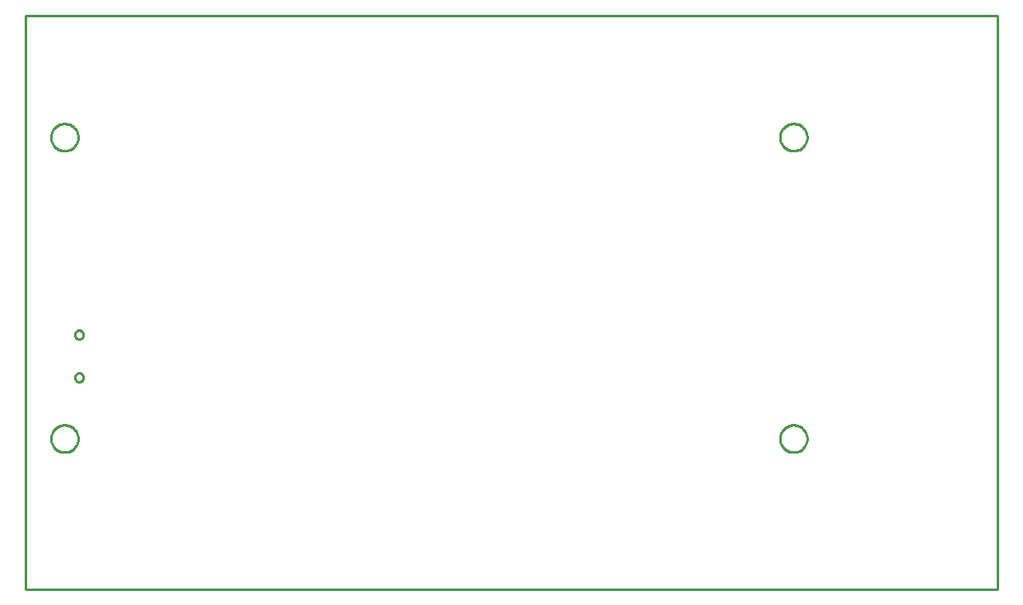
<source format=gbr>
G04 EAGLE Gerber RS-274X export*
G75*
%MOMM*%
%FSLAX34Y34*%
%LPD*%
%IN*%
%IPPOS*%
%AMOC8*
5,1,8,0,0,1.08239X$1,22.5*%
G01*
%ADD10C,0.254000*%


D10*
X5000Y40000D02*
X1005000Y40000D01*
X1005000Y630000D01*
X5000Y630000D01*
X5000Y40000D01*
X64500Y301705D02*
X64423Y301120D01*
X64270Y300550D01*
X64045Y300005D01*
X63750Y299495D01*
X63391Y299027D01*
X62973Y298609D01*
X62505Y298250D01*
X61995Y297955D01*
X61450Y297730D01*
X60880Y297577D01*
X60295Y297500D01*
X59705Y297500D01*
X59120Y297577D01*
X58550Y297730D01*
X58005Y297955D01*
X57495Y298250D01*
X57027Y298609D01*
X56609Y299027D01*
X56250Y299495D01*
X55955Y300005D01*
X55730Y300550D01*
X55577Y301120D01*
X55500Y301705D01*
X55500Y302295D01*
X55577Y302880D01*
X55730Y303450D01*
X55955Y303995D01*
X56250Y304505D01*
X56609Y304973D01*
X57027Y305391D01*
X57495Y305750D01*
X58005Y306045D01*
X58550Y306270D01*
X59120Y306423D01*
X59705Y306500D01*
X60295Y306500D01*
X60880Y306423D01*
X61450Y306270D01*
X61995Y306045D01*
X62505Y305750D01*
X62973Y305391D01*
X63391Y304973D01*
X63750Y304505D01*
X64045Y303995D01*
X64270Y303450D01*
X64423Y302880D01*
X64500Y302295D01*
X64500Y301705D01*
X64500Y257705D02*
X64423Y257120D01*
X64270Y256550D01*
X64045Y256005D01*
X63750Y255495D01*
X63391Y255027D01*
X62973Y254609D01*
X62505Y254250D01*
X61995Y253955D01*
X61450Y253730D01*
X60880Y253577D01*
X60295Y253500D01*
X59705Y253500D01*
X59120Y253577D01*
X58550Y253730D01*
X58005Y253955D01*
X57495Y254250D01*
X57027Y254609D01*
X56609Y255027D01*
X56250Y255495D01*
X55955Y256005D01*
X55730Y256550D01*
X55577Y257120D01*
X55500Y257705D01*
X55500Y258295D01*
X55577Y258880D01*
X55730Y259450D01*
X55955Y259995D01*
X56250Y260505D01*
X56609Y260973D01*
X57027Y261391D01*
X57495Y261750D01*
X58005Y262045D01*
X58550Y262270D01*
X59120Y262423D01*
X59705Y262500D01*
X60295Y262500D01*
X60880Y262423D01*
X61450Y262270D01*
X61995Y262045D01*
X62505Y261750D01*
X62973Y261391D01*
X63391Y260973D01*
X63750Y260505D01*
X64045Y259995D01*
X64270Y259450D01*
X64423Y258880D01*
X64500Y258295D01*
X64500Y257705D01*
X59000Y504500D02*
X58929Y503503D01*
X58786Y502513D01*
X58574Y501536D01*
X58292Y500576D01*
X57943Y499639D01*
X57527Y498729D01*
X57048Y497852D01*
X56507Y497010D01*
X55908Y496210D01*
X55253Y495454D01*
X54546Y494747D01*
X53790Y494092D01*
X52990Y493493D01*
X52148Y492952D01*
X51271Y492473D01*
X50361Y492057D01*
X49424Y491708D01*
X48465Y491426D01*
X47487Y491214D01*
X46498Y491071D01*
X45500Y491000D01*
X44500Y491000D01*
X43503Y491071D01*
X42513Y491214D01*
X41536Y491426D01*
X40576Y491708D01*
X39639Y492057D01*
X38729Y492473D01*
X37852Y492952D01*
X37010Y493493D01*
X36210Y494092D01*
X35454Y494747D01*
X34747Y495454D01*
X34092Y496210D01*
X33493Y497010D01*
X32952Y497852D01*
X32473Y498729D01*
X32057Y499639D01*
X31708Y500576D01*
X31426Y501536D01*
X31214Y502513D01*
X31071Y503503D01*
X31000Y504500D01*
X31000Y505500D01*
X31071Y506498D01*
X31214Y507487D01*
X31426Y508465D01*
X31708Y509424D01*
X32057Y510361D01*
X32473Y511271D01*
X32952Y512148D01*
X33493Y512990D01*
X34092Y513790D01*
X34747Y514546D01*
X35454Y515253D01*
X36210Y515908D01*
X37010Y516507D01*
X37852Y517048D01*
X38729Y517527D01*
X39639Y517943D01*
X40576Y518292D01*
X41536Y518574D01*
X42513Y518786D01*
X43503Y518929D01*
X44500Y519000D01*
X45500Y519000D01*
X46498Y518929D01*
X47487Y518786D01*
X48465Y518574D01*
X49424Y518292D01*
X50361Y517943D01*
X51271Y517527D01*
X52148Y517048D01*
X52990Y516507D01*
X53790Y515908D01*
X54546Y515253D01*
X55253Y514546D01*
X55908Y513790D01*
X56507Y512990D01*
X57048Y512148D01*
X57527Y511271D01*
X57943Y510361D01*
X58292Y509424D01*
X58574Y508465D01*
X58786Y507487D01*
X58929Y506498D01*
X59000Y505500D01*
X59000Y504500D01*
X59000Y194500D02*
X58929Y193503D01*
X58786Y192513D01*
X58574Y191536D01*
X58292Y190576D01*
X57943Y189639D01*
X57527Y188729D01*
X57048Y187852D01*
X56507Y187010D01*
X55908Y186210D01*
X55253Y185454D01*
X54546Y184747D01*
X53790Y184092D01*
X52990Y183493D01*
X52148Y182952D01*
X51271Y182473D01*
X50361Y182057D01*
X49424Y181708D01*
X48465Y181426D01*
X47487Y181214D01*
X46498Y181071D01*
X45500Y181000D01*
X44500Y181000D01*
X43503Y181071D01*
X42513Y181214D01*
X41536Y181426D01*
X40576Y181708D01*
X39639Y182057D01*
X38729Y182473D01*
X37852Y182952D01*
X37010Y183493D01*
X36210Y184092D01*
X35454Y184747D01*
X34747Y185454D01*
X34092Y186210D01*
X33493Y187010D01*
X32952Y187852D01*
X32473Y188729D01*
X32057Y189639D01*
X31708Y190576D01*
X31426Y191536D01*
X31214Y192513D01*
X31071Y193503D01*
X31000Y194500D01*
X31000Y195500D01*
X31071Y196498D01*
X31214Y197487D01*
X31426Y198465D01*
X31708Y199424D01*
X32057Y200361D01*
X32473Y201271D01*
X32952Y202148D01*
X33493Y202990D01*
X34092Y203790D01*
X34747Y204546D01*
X35454Y205253D01*
X36210Y205908D01*
X37010Y206507D01*
X37852Y207048D01*
X38729Y207527D01*
X39639Y207943D01*
X40576Y208292D01*
X41536Y208574D01*
X42513Y208786D01*
X43503Y208929D01*
X44500Y209000D01*
X45500Y209000D01*
X46498Y208929D01*
X47487Y208786D01*
X48465Y208574D01*
X49424Y208292D01*
X50361Y207943D01*
X51271Y207527D01*
X52148Y207048D01*
X52990Y206507D01*
X53790Y205908D01*
X54546Y205253D01*
X55253Y204546D01*
X55908Y203790D01*
X56507Y202990D01*
X57048Y202148D01*
X57527Y201271D01*
X57943Y200361D01*
X58292Y199424D01*
X58574Y198465D01*
X58786Y197487D01*
X58929Y196498D01*
X59000Y195500D01*
X59000Y194500D01*
X809000Y504500D02*
X808929Y503503D01*
X808786Y502513D01*
X808574Y501536D01*
X808292Y500576D01*
X807943Y499639D01*
X807527Y498729D01*
X807048Y497852D01*
X806507Y497010D01*
X805908Y496210D01*
X805253Y495454D01*
X804546Y494747D01*
X803790Y494092D01*
X802990Y493493D01*
X802148Y492952D01*
X801271Y492473D01*
X800361Y492057D01*
X799424Y491708D01*
X798465Y491426D01*
X797487Y491214D01*
X796498Y491071D01*
X795500Y491000D01*
X794500Y491000D01*
X793503Y491071D01*
X792513Y491214D01*
X791536Y491426D01*
X790576Y491708D01*
X789639Y492057D01*
X788729Y492473D01*
X787852Y492952D01*
X787010Y493493D01*
X786210Y494092D01*
X785454Y494747D01*
X784747Y495454D01*
X784092Y496210D01*
X783493Y497010D01*
X782952Y497852D01*
X782473Y498729D01*
X782057Y499639D01*
X781708Y500576D01*
X781426Y501536D01*
X781214Y502513D01*
X781071Y503503D01*
X781000Y504500D01*
X781000Y505500D01*
X781071Y506498D01*
X781214Y507487D01*
X781426Y508465D01*
X781708Y509424D01*
X782057Y510361D01*
X782473Y511271D01*
X782952Y512148D01*
X783493Y512990D01*
X784092Y513790D01*
X784747Y514546D01*
X785454Y515253D01*
X786210Y515908D01*
X787010Y516507D01*
X787852Y517048D01*
X788729Y517527D01*
X789639Y517943D01*
X790576Y518292D01*
X791536Y518574D01*
X792513Y518786D01*
X793503Y518929D01*
X794500Y519000D01*
X795500Y519000D01*
X796498Y518929D01*
X797487Y518786D01*
X798465Y518574D01*
X799424Y518292D01*
X800361Y517943D01*
X801271Y517527D01*
X802148Y517048D01*
X802990Y516507D01*
X803790Y515908D01*
X804546Y515253D01*
X805253Y514546D01*
X805908Y513790D01*
X806507Y512990D01*
X807048Y512148D01*
X807527Y511271D01*
X807943Y510361D01*
X808292Y509424D01*
X808574Y508465D01*
X808786Y507487D01*
X808929Y506498D01*
X809000Y505500D01*
X809000Y504500D01*
X809000Y194500D02*
X808929Y193503D01*
X808786Y192513D01*
X808574Y191536D01*
X808292Y190576D01*
X807943Y189639D01*
X807527Y188729D01*
X807048Y187852D01*
X806507Y187010D01*
X805908Y186210D01*
X805253Y185454D01*
X804546Y184747D01*
X803790Y184092D01*
X802990Y183493D01*
X802148Y182952D01*
X801271Y182473D01*
X800361Y182057D01*
X799424Y181708D01*
X798465Y181426D01*
X797487Y181214D01*
X796498Y181071D01*
X795500Y181000D01*
X794500Y181000D01*
X793503Y181071D01*
X792513Y181214D01*
X791536Y181426D01*
X790576Y181708D01*
X789639Y182057D01*
X788729Y182473D01*
X787852Y182952D01*
X787010Y183493D01*
X786210Y184092D01*
X785454Y184747D01*
X784747Y185454D01*
X784092Y186210D01*
X783493Y187010D01*
X782952Y187852D01*
X782473Y188729D01*
X782057Y189639D01*
X781708Y190576D01*
X781426Y191536D01*
X781214Y192513D01*
X781071Y193503D01*
X781000Y194500D01*
X781000Y195500D01*
X781071Y196498D01*
X781214Y197487D01*
X781426Y198465D01*
X781708Y199424D01*
X782057Y200361D01*
X782473Y201271D01*
X782952Y202148D01*
X783493Y202990D01*
X784092Y203790D01*
X784747Y204546D01*
X785454Y205253D01*
X786210Y205908D01*
X787010Y206507D01*
X787852Y207048D01*
X788729Y207527D01*
X789639Y207943D01*
X790576Y208292D01*
X791536Y208574D01*
X792513Y208786D01*
X793503Y208929D01*
X794500Y209000D01*
X795500Y209000D01*
X796498Y208929D01*
X797487Y208786D01*
X798465Y208574D01*
X799424Y208292D01*
X800361Y207943D01*
X801271Y207527D01*
X802148Y207048D01*
X802990Y206507D01*
X803790Y205908D01*
X804546Y205253D01*
X805253Y204546D01*
X805908Y203790D01*
X806507Y202990D01*
X807048Y202148D01*
X807527Y201271D01*
X807943Y200361D01*
X808292Y199424D01*
X808574Y198465D01*
X808786Y197487D01*
X808929Y196498D01*
X809000Y195500D01*
X809000Y194500D01*
M02*

</source>
